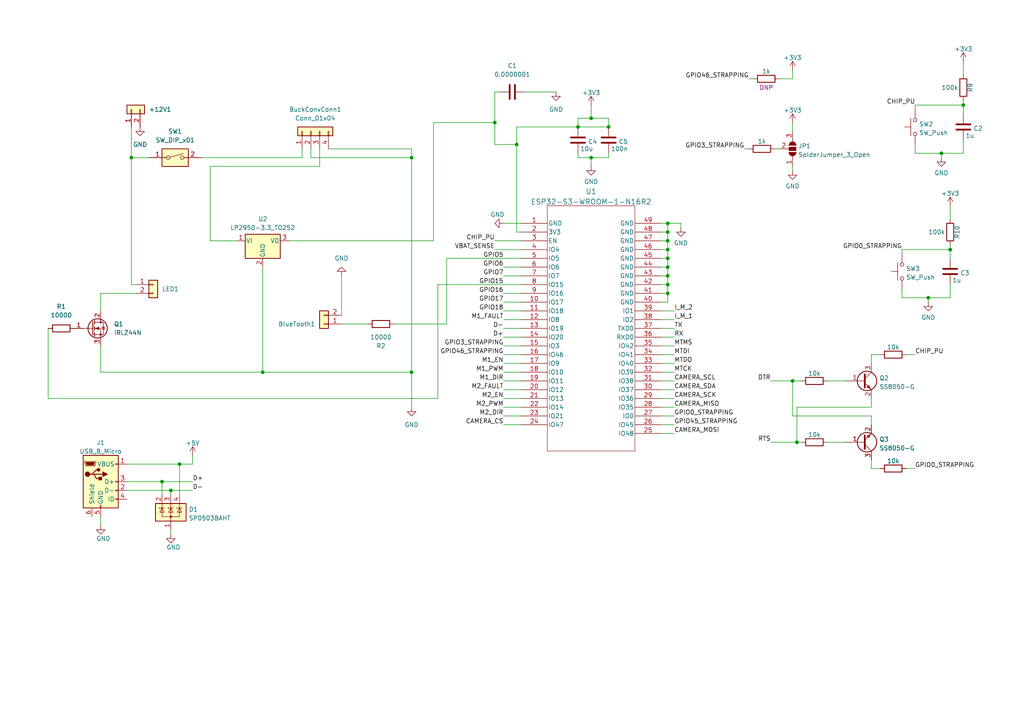
<source format=kicad_sch>
(kicad_sch (version 20230121) (generator eeschema)
  (paper "A4")
  (lib_symbols
    (symbol "Connector:USB_B_Micro" (pin_names (offset 1.016))
      (property "Reference" "J" (at -5.08 11.43 0))
      (property "Value" "USB_B_Micro" (at -5.08 8.89 0))
      (symbol "USB_B_Micro_0_1"
        (rectangle (start -5.08 -7.62) (end 5.08 7.62) (stroke (width 0.254)) (fill (type background)))
        (circle (center -3.81 2.159) (radius 0.635) (stroke (width 0.254)) (fill (type outline)))
        (circle (center -0.635 3.429) (radius 0.381) (stroke (width 0.254)) (fill (type outline)))
        (rectangle (start -0.127 -7.62) (end 0.127 -6.858))
        (polyline (pts (xy -1.905 2.159) (xy 0.635 2.159)) (stroke (width 0.254)))
        (polyline (pts (xy -3.175 2.159) (xy -2.54 2.159) (xy -1.27 3.429) (xy -0.635 3.429)) (stroke (width 0.254)))
        (polyline (pts (xy -2.54 2.159) (xy -1.905 2.159) (xy -1.27 0.889) (xy 0 0.889)) (stroke (width 0.254)))
        (polyline (pts (xy 0.635 2.794) (xy 0.635 1.524) (xy 1.905 2.159) (xy 0.635 2.794)) (stroke (width 0.254)) (fill (type outline)))
        (polyline (pts (xy -4.318 5.588) (xy -1.778 5.588) (xy -2.032 4.826) (xy -4.064 4.826) (xy -4.318 5.588)) (fill (type outline)))
        (polyline (pts (xy -4.699 5.842) (xy -4.699 5.588) (xy -4.445 4.826) (xy -4.445 4.572) (xy -1.651 4.572) (xy -1.651 4.826) (xy -1.397 5.588) (xy -1.397 5.842) (xy -4.699 5.842)))
        (rectangle (start 0.254 1.27) (end -0.508 0.508) (stroke (width 0.254)) (fill (type outline)))
        (rectangle (start 5.08 -5.207) (end 4.318 -4.953))
        (rectangle (start 5.08 -2.667) (end 4.318 -2.413))
        (rectangle (start 5.08 -0.127) (end 4.318 0.127))
        (rectangle (start 5.08 4.953) (end 4.318 5.207))
      )
      (symbol "USB_B_Micro_1_1"
        (pin power_out line (at 7.62 5.08 180) (length 2.54) (name "VBUS") (number "1"))
        (pin bidirectional line (at 7.62 -2.54 180) (length 2.54) (name "D-") (number "2"))
        (pin bidirectional line (at 7.62 0 180) (length 2.54) (name "D+") (number "3"))
        (pin passive line (at 7.62 -5.08 180) (length 2.54) (name "ID") (number "4"))
        (pin power_out line (at 0 -10.16 90) (length 2.54) (name "GND") (number "5"))
        (pin passive line (at -2.54 -10.16 90) (length 2.54) (name "Shield") (number "6"))
      )
    )
    (symbol "Connector_Generic:Conn_01x02" (pin_names (offset 1.016) hide)
      (property "Reference" "J" (at 0 2.54 0))
      (property "Value" "Conn_01x02" (at 0 -5.08 0))
      (symbol "Conn_01x02_1_1"
        (rectangle (start -1.27 -2.413) (end 0 -2.667) (stroke (width 0.1524)))
        (rectangle (start -1.27 0.127) (end 0 -0.127) (stroke (width 0.1524)))
        (rectangle (start -1.27 1.27) (end 1.27 -3.81) (stroke (width 0.254)) (fill (type background)))
        (pin passive line (at -5.08 0 0) (length 3.81) (name "Pin_1") (number "1"))
        (pin passive line (at -5.08 -2.54 0) (length 3.81) (name "Pin_2") (number "2"))
      )
    )
    (symbol "Connector_Generic:Conn_01x04" (pin_names (offset 1.016) hide)
      (property "Reference" "J" (at 0 5.08 0))
      (property "Value" "Conn_01x04" (at 0 -7.62 0))
      (symbol "Conn_01x04_1_1"
        (rectangle (start -1.27 -4.953) (end 0 -5.207) (stroke (width 0.1524)))
        (rectangle (start -1.27 -2.413) (end 0 -2.667) (stroke (width 0.1524)))
        (rectangle (start -1.27 0.127) (end 0 -0.127) (stroke (width 0.1524)))
        (rectangle (start -1.27 2.667) (end 0 2.413) (stroke (width 0.1524)))
        (rectangle (start -1.27 3.81) (end 1.27 -6.35) (stroke (width 0.254)) (fill (type background)))
        (pin passive line (at -5.08 2.54 0) (length 3.81) (name "Pin_1") (number "1"))
        (pin passive line (at -5.08 0 0) (length 3.81) (name "Pin_2") (number "2"))
        (pin passive line (at -5.08 -2.54 0) (length 3.81) (name "Pin_3") (number "3"))
        (pin passive line (at -5.08 -5.08 0) (length 3.81) (name "Pin_4") (number "4"))
      )
    )
    (symbol "Device:C" (pin_numbers hide) (pin_names (offset 0.254))
      (property "Reference" "C" (at 0.635 2.54 0))
      (property "Value" "C" (at 0.635 -2.54 0))
      (symbol "C_0_1"
        (polyline (pts (xy -2.032 -0.762) (xy 2.032 -0.762)) (stroke (width 0.508)))
        (polyline (pts (xy -2.032 0.762) (xy 2.032 0.762)) (stroke (width 0.508)))
      )
      (symbol "C_1_1"
        (pin passive line (at 0 3.81 270) (length 2.794) (name "~") (number "1"))
        (pin passive line (at 0 -3.81 90) (length 2.794) (name "~") (number "2"))
      )
    )
    (symbol "Device:Q_NPN_BEC" (pin_names (offset 0) hide)
      (property "Reference" "Q" (at 5.08 1.27 0))
      (property "Value" "Q_NPN_BEC" (at 5.08 -1.27 0))
      (symbol "Q_NPN_BEC_0_1"
        (polyline (pts (xy 0.635 0.635) (xy 2.54 2.54)))
        (polyline (pts (xy 0.635 -0.635) (xy 2.54 -2.54) (xy 2.54 -2.54)))
        (polyline (pts (xy 0.635 1.905) (xy 0.635 -1.905) (xy 0.635 -1.905)) (stroke (width 0.508)))
        (polyline (pts (xy 1.27 -1.778) (xy 1.778 -1.27) (xy 2.286 -2.286) (xy 1.27 -1.778) (xy 1.27 -1.778)) (fill (type outline)))
        (circle (center 1.27 0) (radius 2.8194) (stroke (width 0.254)))
      )
      (symbol "Q_NPN_BEC_1_1"
        (pin input line (at -5.08 0 0) (length 5.715) (name "B") (number "1"))
        (pin passive line (at 2.54 -5.08 90) (length 2.54) (name "E") (number "2"))
        (pin passive line (at 2.54 5.08 270) (length 2.54) (name "C") (number "3"))
      )
    )
    (symbol "Device:R" (pin_numbers hide) (pin_names (offset 0))
      (property "Reference" "R" (at 2.032 0 90))
      (property "Value" "R" (at 0 0 90))
      (symbol "R_0_1"
        (rectangle (start -1.016 -2.54) (end 1.016 2.54) (stroke (width 0.254)))
      )
      (symbol "R_1_1"
        (pin passive line (at 0 3.81 270) (length 1.27) (name "~") (number "1"))
        (pin passive line (at 0 -3.81 90) (length 1.27) (name "~") (number "2"))
      )
    )
    (symbol "Jumper:SolderJumper_3_Open" (pin_names (offset 0) hide)
      (property "Reference" "JP" (at -2.54 -2.54 0))
      (property "Value" "SolderJumper_3_Open" (at 0 2.794 0))
      (symbol "SolderJumper_3_Open_0_1"
        (arc (start -1.016 1.016) (mid -2.0276 0) (end -1.016 -1.016))
        (arc (start -1.016 1.016) (mid -2.0276 0) (end -1.016 -1.016) (fill (type outline)))
        (rectangle (start -0.508 1.016) (end 0.508 -1.016) (fill (type outline)))
        (polyline (pts (xy -2.54 0) (xy -2.032 0)))
        (polyline (pts (xy -1.016 1.016) (xy -1.016 -1.016)))
        (polyline (pts (xy 0 -1.27) (xy 0 -1.016)))
        (polyline (pts (xy 1.016 1.016) (xy 1.016 -1.016)))
        (polyline (pts (xy 2.54 0) (xy 2.032 0)))
        (arc (start 1.016 -1.016) (mid 2.0276 0) (end 1.016 1.016))
        (arc (start 1.016 -1.016) (mid 2.0276 0) (end 1.016 1.016) (fill (type outline)))
      )
      (symbol "SolderJumper_3_Open_1_1"
        (pin passive line (at -5.08 0 0) (length 2.54) (name "A") (number "1"))
        (pin passive line (at 0 -3.81 90) (length 2.54) (name "C") (number "2"))
        (pin passive line (at 5.08 0 180) (length 2.54) (name "B") (number "3"))
      )
    )
    (symbol "Power_Protection:SP0503BAHT" (pin_names hide)
      (property "Reference" "D" (at 5.715 2.54 0))
      (property "Value" "SP0503BAHT" (at 5.715 0.635 0))
      (symbol "SP0503BAHT_0_0"
        (pin passive line (at 0 -5.08 90) (length 2.54) (name "A") (number "1"))
      )
      (symbol "SP0503BAHT_0_1"
        (rectangle (start -4.445 2.54) (end 4.445 -2.54) (stroke (width 0.254)) (fill (type background)))
        (circle (center 0 -1.27) (radius 0.254) (fill (type outline)))
        (polyline (pts (xy -2.54 2.54) (xy -2.54 1.27)))
        (polyline (pts (xy 0 -1.27) (xy 0 -2.54)))
        (polyline (pts (xy 0 -1.27) (xy 0 1.27)))
        (polyline (pts (xy 0 2.54) (xy 0 1.27)))
        (polyline (pts (xy 0.635 1.27) (xy 0.762 1.27)))
        (polyline (pts (xy 2.54 2.54) (xy 2.54 1.27)))
        (polyline (pts (xy 0.635 1.27) (xy -0.762 1.27) (xy -0.762 1.016)))
        (polyline (pts (xy -3.302 1.016) (xy -3.302 1.27) (xy -1.905 1.27) (xy -1.778 1.27)))
        (polyline (pts (xy -2.54 1.27) (xy -2.54 -1.27) (xy 2.54 -1.27) (xy 2.54 1.27)))
        (polyline (pts (xy -2.54 1.27) (xy -1.905 0) (xy -3.175 0) (xy -2.54 1.27)))
        (polyline (pts (xy 0.635 0) (xy -0.635 0) (xy 0 1.27) (xy 0.635 0)))
        (polyline (pts (xy 1.778 1.016) (xy 1.778 1.27) (xy 3.175 1.27) (xy 3.302 1.27)))
        (polyline (pts (xy 2.54 1.27) (xy 1.905 0) (xy 3.175 0) (xy 2.54 1.27)))
      )
      (symbol "SP0503BAHT_1_1"
        (pin passive line (at -2.54 5.08 270) (length 2.54) (name "K") (number "2"))
        (pin passive line (at 0 5.08 270) (length 2.54) (name "K") (number "3"))
        (pin passive line (at 2.54 5.08 270) (length 2.54) (name "K") (number "4"))
      )
    )
    (symbol "Regulator_Linear:LP2950-3.3_TO252" (pin_names (offset 0.254))
      (property "Reference" "U" (at -3.81 3.175 0))
      (property "Value" "LP2950-3.3_TO252" (at 0 3.175 0))
      (symbol "LP2950-3.3_TO252_0_1"
        (rectangle (start -5.08 1.905) (end 5.08 -5.08) (stroke (width 0.254)) (fill (type background)))
      )
      (symbol "LP2950-3.3_TO252_1_1"
        (pin power_in line (at -7.62 0 0) (length 2.54) (name "VI") (number "1"))
        (pin power_in line (at 0 -7.62 90) (length 2.54) (name "GND") (number "2"))
        (pin power_out line (at 7.62 0 180) (length 2.54) (name "VO") (number "3"))
      )
    )
    (symbol "Switch:SW_DIP_x01" (pin_names (offset 0) hide)
      (property "Reference" "SW" (at 0 3.81 0))
      (property "Value" "SW_DIP_x01" (at 0 -3.81 0))
      (symbol "SW_DIP_x01_0_0"
        (circle (center -2.032 0) (radius 0.508))
        (polyline (pts (xy -1.524 0.127) (xy 2.3622 1.1684)))
        (circle (center 2.032 0) (radius 0.508))
      )
      (symbol "SW_DIP_x01_0_1"
        (rectangle (start -3.81 2.54) (end 3.81 -2.54) (stroke (width 0.254)) (fill (type background)))
      )
      (symbol "SW_DIP_x01_1_1"
        (pin passive line (at -7.62 0 0) (length 5.08) (name "~") (number "1"))
        (pin passive line (at 7.62 0 180) (length 5.08) (name "~") (number "2"))
      )
    )
    (symbol "Switch:SW_Push" (pin_numbers hide) (pin_names (offset 1.016) hide)
      (property "Reference" "SW" (at 1.27 2.54 0))
      (property "Value" "SW_Push" (at 0 -1.524 0))
      (symbol "SW_Push_0_1"
        (circle (center -2.032 0) (radius 0.508))
        (polyline (pts (xy 0 1.27) (xy 0 3.048)))
        (polyline (pts (xy 2.54 1.27) (xy -2.54 1.27)))
        (circle (center 2.032 0) (radius 0.508))
        (pin passive line (at -5.08 0 0) (length 2.54) (name "1") (number "1"))
        (pin passive line (at 5.08 0 180) (length 2.54) (name "2") (number "2"))
      )
    )
    (symbol "Transistor_FET:IRLZ44N" (pin_names hide)
      (property "Reference" "Q" (at 5.08 1.905 0))
      (property "Value" "IRLZ44N" (at 5.08 0 0))
      (symbol "IRLZ44N_0_1"
        (polyline (pts (xy 0.254 0) (xy -2.54 0)))
        (polyline (pts (xy 0.254 1.905) (xy 0.254 -1.905)) (stroke (width 0.254)))
        (polyline (pts (xy 0.762 -1.27) (xy 0.762 -2.286)) (stroke (width 0.254)))
        (polyline (pts (xy 0.762 0.508) (xy 0.762 -0.508)) (stroke (width 0.254)))
        (polyline (pts (xy 0.762 2.286) (xy 0.762 1.27)) (stroke (width 0.254)))
        (polyline (pts (xy 2.54 2.54) (xy 2.54 1.778)))
        (polyline (pts (xy 2.54 -2.54) (xy 2.54 0) (xy 0.762 0)))
        (polyline (pts (xy 0.762 -1.778) (xy 3.302 -1.778) (xy 3.302 1.778) (xy 0.762 1.778)))
        (polyline (pts (xy 1.016 0) (xy 2.032 0.381) (xy 2.032 -0.381) (xy 1.016 0)) (fill (type outline)))
        (polyline (pts (xy 2.794 0.508) (xy 2.921 0.381) (xy 3.683 0.381) (xy 3.81 0.254)))
        (polyline (pts (xy 3.302 0.381) (xy 2.921 -0.254) (xy 3.683 -0.254) (xy 3.302 0.381)))
        (circle (center 1.651 0) (radius 2.794) (stroke (width 0.254)))
        (circle (center 2.54 -1.778) (radius 0.254) (fill (type outline)))
        (circle (center 2.54 1.778) (radius 0.254) (fill (type outline)))
      )
      (symbol "IRLZ44N_1_1"
        (pin input line (at -5.08 0 0) (length 2.54) (name "G") (number "1"))
        (pin passive line (at 2.54 5.08 270) (length 2.54) (name "D") (number "2"))
        (pin passive line (at 2.54 -5.08 90) (length 2.54) (name "S") (number "3"))
      )
    )
    (symbol "basic:C" (pin_numbers hide) (pin_names (offset 0.254))
      (property "Reference" "C" (at 0.635 2.54 0))
      (symbol "C_0_1"
        (polyline (pts (xy -2.032 -0.762) (xy 2.032 -0.762)) (stroke (width 0.508)))
        (polyline (pts (xy -2.032 0.762) (xy 2.032 0.762)) (stroke (width 0.508)))
      )
      (symbol "C_1_1"
        (pin passive line (at 0 3.81 270) (length 2.794) (name "~") (number "1"))
        (pin passive line (at 0 -3.81 90) (length 2.794) (name "~") (number "2"))
      )
    )
    (symbol "basic:R" (pin_numbers hide) (pin_names (offset 0))
      (property "Value" "R" (at 0 0 90))
      (symbol "R_0_1"
        (rectangle (start -1.016 -2.54) (end 1.016 2.54) (stroke (width 0.254)))
      )
      (symbol "R_1_1"
        (pin passive line (at 0 3.81 270) (length 1.27) (name "~") (number "1"))
        (pin passive line (at 0 -3.81 90) (length 1.27) (name "~") (number "2"))
      )
    )
    (symbol "local_symbols:ESP32-S3-WROOM-1-N16R2" (pin_names (offset 0.254))
      (property "Reference" "U" (at 20.32 10.16 0))
      (property "Value" "ESP32-S3-WROOM-1-N16R2" (at 20.32 7.62 0))
      (symbol "ESP32-S3-WROOM-1-N16R2_0_1"
        (polyline (pts (xy 7.62 -66.04) (xy 33.02 -66.04)) (stroke (width 0.127)))
        (polyline (pts (xy 7.62 5.08) (xy 7.62 -66.04)) (stroke (width 0.127)))
        (polyline (pts (xy 33.02 -66.04) (xy 33.02 5.08)) (stroke (width 0.127)))
        (polyline (pts (xy 33.02 5.08) (xy 7.62 5.08)) (stroke (width 0.127)))
        (pin power_out line (at 0 0 0) (length 7.62) (name "GND") (number "1"))
        (pin bidirectional line (at 0 -22.86 0) (length 7.62) (name "IO17") (number "10"))
        (pin bidirectional line (at 0 -25.4 0) (length 7.62) (name "IO18") (number "11"))
        (pin bidirectional line (at 0 -27.94 0) (length 7.62) (name "IO8") (number "12"))
        (pin bidirectional line (at 0 -30.48 0) (length 7.62) (name "IO19") (number "13"))
        (pin bidirectional line (at 0 -33.02 0) (length 7.62) (name "IO20") (number "14"))
        (pin bidirectional line (at 0 -35.56 0) (length 7.62) (name "IO3") (number "15"))
        (pin bidirectional line (at 0 -38.1 0) (length 7.62) (name "IO46") (number "16"))
        (pin bidirectional line (at 0 -40.64 0) (length 7.62) (name "IO9") (number "17"))
        (pin bidirectional line (at 0 -43.18 0) (length 7.62) (name "IO10") (number "18"))
        (pin bidirectional line (at 0 -45.72 0) (length 7.62) (name "IO11") (number "19"))
        (pin power_in line (at 0 -2.54 0) (length 7.62) (name "3V3") (number "2"))
        (pin bidirectional line (at 0 -48.26 0) (length 7.62) (name "IO12") (number "20"))
        (pin bidirectional line (at 0 -50.8 0) (length 7.62) (name "IO13") (number "21"))
        (pin bidirectional line (at 0 -53.34 0) (length 7.62) (name "IO14") (number "22"))
        (pin bidirectional line (at 0 -55.88 0) (length 7.62) (name "IO21") (number "23"))
        (pin bidirectional line (at 0 -58.42 0) (length 7.62) (name "IO47") (number "24"))
        (pin bidirectional line (at 40.64 -60.96 180) (length 7.62) (name "IO48") (number "25"))
        (pin bidirectional line (at 40.64 -58.42 180) (length 7.62) (name "IO45") (number "26"))
        (pin bidirectional line (at 40.64 -55.88 180) (length 7.62) (name "IO0") (number "27"))
        (pin bidirectional line (at 40.64 -53.34 180) (length 7.62) (name "IO35") (number "28"))
        (pin bidirectional line (at 40.64 -50.8 180) (length 7.62) (name "IO36") (number "29"))
        (pin input line (at 0 -5.08 0) (length 7.62) (name "EN") (number "3"))
        (pin bidirectional line (at 40.64 -48.26 180) (length 7.62) (name "IO37") (number "30"))
        (pin bidirectional line (at 40.64 -45.72 180) (length 7.62) (name "IO38") (number "31"))
        (pin bidirectional line (at 40.64 -43.18 180) (length 7.62) (name "IO39") (number "32"))
        (pin bidirectional line (at 40.64 -40.64 180) (length 7.62) (name "IO40") (number "33"))
        (pin bidirectional line (at 40.64 -38.1 180) (length 7.62) (name "IO41") (number "34"))
        (pin bidirectional line (at 40.64 -35.56 180) (length 7.62) (name "IO42") (number "35"))
        (pin bidirectional line (at 40.64 -33.02 180) (length 7.62) (name "RXD0") (number "36"))
        (pin bidirectional line (at 40.64 -30.48 180) (length 7.62) (name "TXD0") (number "37"))
        (pin bidirectional line (at 40.64 -27.94 180) (length 7.62) (name "IO2") (number "38"))
        (pin bidirectional line (at 40.64 -25.4 180) (length 7.62) (name "IO1") (number "39"))
        (pin bidirectional line (at 0 -7.62 0) (length 7.62) (name "IO4") (number "4"))
        (pin power_out line (at 40.64 -22.86 180) (length 7.62) (name "GND") (number "40"))
        (pin power_out line (at 40.64 -20.32 180) (length 7.62) (name "GND") (number "41"))
        (pin power_out line (at 40.64 -17.78 180) (length 7.62) (name "GND") (number "42"))
        (pin power_out line (at 40.64 -15.24 180) (length 7.62) (name "GND") (number "43"))
        (pin power_out line (at 40.64 -12.7 180) (length 7.62) (name "GND") (number "44"))
        (pin power_out line (at 40.64 -10.16 180) (length 7.62) (name "GND") (number "45"))
        (pin power_out line (at 40.64 -7.62 180) (length 7.62) (name "GND") (number "46"))
        (pin power_out line (at 40.64 -5.08 180) (length 7.62) (name "GND") (number "47"))
        (pin power_out line (at 40.64 -2.54 180) (length 7.62) (name "GND") (number "48"))
        (pin power_out line (at 40.64 0 180) (length 7.62) (name "GND") (number "49"))
        (pin bidirectional line (at 0 -10.16 0) (length 7.62) (name "IO5") (number "5"))
        (pin bidirectional line (at 0 -12.7 0) (length 7.62) (name "IO6") (number "6"))
        (pin bidirectional line (at 0 -15.24 0) (length 7.62) (name "IO7") (number "7"))
        (pin bidirectional line (at 0 -17.78 0) (length 7.62) (name "IO15") (number "8"))
        (pin bidirectional line (at 0 -20.32 0) (length 7.62) (name "IO16") (number "9"))
      )
    )
    (symbol "power:+3V3" (power) (pin_names (offset 0))
      (property "Value" "+3V3" (at 0 3.556 0))
      (symbol "+3V3_0_1"
        (polyline (pts (xy -0.762 1.27) (xy 0 2.54)))
        (polyline (pts (xy 0 0) (xy 0 2.54)))
        (polyline (pts (xy 0 2.54) (xy 0.762 1.27)))
      )
      (symbol "+3V3_1_1"
        (pin power_in line (at 0 0 90) (length 0) hide (name "+3V3") (number "1"))
      )
    )
    (symbol "power:+5V" (power) (pin_names (offset 0))
      (property "Value" "+5V" (at 0 3.556 0))
      (symbol "+5V_0_1"
        (polyline (pts (xy -0.762 1.27) (xy 0 2.54)))
        (polyline (pts (xy 0 0) (xy 0 2.54)))
        (polyline (pts (xy 0 2.54) (xy 0.762 1.27)))
      )
      (symbol "+5V_1_1"
        (pin power_in line (at 0 0 90) (length 0) hide (name "+5V") (number "1"))
      )
    )
    (symbol "power:GND" (power) (pin_names (offset 0))
      (property "Value" "GND" (at 0 -3.81 0))
      (symbol "GND_0_1"
        (polyline (pts (xy 0 0) (xy 0 -1.27) (xy 1.27 -1.27) (xy 0 -2.54) (xy -1.27 -1.27) (xy 0 -1.27)))
      )
      (symbol "GND_1_1"
        (pin power_in line (at 0 0 270) (length 0) hide (name "GND") (number "1"))
      )
    )
  )
  (junction (at 171.45 34.29))
  (junction (at 76.2 107.95))
  (junction (at 52.07 134.62))
  (junction (at 38.1 45.72))
  (junction (at 119.38 45.72))
  (junction (at 193.675 67.31))
  (junction (at 279.4 30.48))
  (junction (at 275.59 72.39))
  (junction (at 149.86 41.91))
  (junction (at 193.675 82.55))
  (junction (at 176.53 36.83))
  (junction (at 193.675 64.77))
  (junction (at 49.53 142.24))
  (junction (at 193.675 85.09))
  (junction (at 171.45 45.72))
  (junction (at 167.64 36.83))
  (junction (at 193.675 77.47))
  (junction (at 119.38 107.95))
  (junction (at 229.87 110.49))
  (junction (at 231.14 128.27))
  (junction (at 193.675 74.93))
  (junction (at 273.05 44.45))
  (junction (at 143.51 35.56))
  (junction (at 46.99 139.7))
  (junction (at 193.675 72.39))
  (junction (at 269.24 86.36))
  (junction (at 193.675 69.85))
  (junction (at 193.675 80.01))
  (wire (pts (xy 143.51 41.91) (xy 149.86 41.91)))
  (wire (pts (xy 191.77 107.95) (xy 195.58 107.95)))
  (wire (pts (xy 146.05 118.11) (xy 151.13 118.11)))
  (wire (pts (xy 76.2 107.95) (xy 119.38 107.95)))
  (wire (pts (xy 191.77 105.41) (xy 195.58 105.41)))
  (wire (pts (xy 29.21 149.86) (xy 29.21 152.4)))
  (wire (pts (xy 49.53 142.24) (xy 49.53 143.51)))
  (wire (pts (xy 146.05 113.03) (xy 151.13 113.03)))
  (wire (pts (xy 193.675 77.47) (xy 193.675 74.93)))
  (wire (pts (xy 167.64 44.45) (xy 167.64 45.72)))
  (wire (pts (xy 191.77 110.49) (xy 195.58 110.49)))
  (wire (pts (xy 76.2 77.47) (xy 76.2 107.95)))
  (wire (pts (xy 275.59 72.39) (xy 275.59 74.93)))
  (wire (pts (xy 265.43 30.48) (xy 279.4 30.48)))
  (wire (pts (xy 193.675 85.09) (xy 193.675 82.55)))
  (wire (pts (xy 36.83 142.24) (xy 49.53 142.24)))
  (wire (pts (xy 261.62 73.66) (xy 261.62 72.39)))
  (wire (pts (xy 119.38 118.11) (xy 119.38 107.95)))
  (wire (pts (xy 265.43 41.91) (xy 265.43 44.45)))
  (wire (pts (xy 191.77 69.85) (xy 193.675 69.85)))
  (wire (pts (xy 106.68 93.98) (xy 99.06 93.98)))
  (wire (pts (xy 143.51 26.67) (xy 143.51 35.56)))
  (wire (pts (xy 36.83 134.62) (xy 52.07 134.62)))
  (wire (pts (xy 171.45 34.29) (xy 176.53 34.29)))
  (wire (pts (xy 275.59 86.36) (xy 269.24 86.36)))
  (wire (pts (xy 191.77 74.93) (xy 193.675 74.93)))
  (wire (pts (xy 29.21 85.09) (xy 39.37 85.09)))
  (wire (pts (xy 269.24 86.36) (xy 269.24 87.63)))
  (wire (pts (xy 58.42 45.72) (xy 87.63 45.72)))
  (wire (pts (xy 252.73 118.11) (xy 231.14 118.11)))
  (wire (pts (xy 193.675 64.77) (xy 193.675 67.31)))
  (wire (pts (xy 176.53 36.83) (xy 167.64 36.83)))
  (wire (pts (xy 60.96 48.26) (xy 92.71 48.26)))
  (wire (pts (xy 144.78 26.67) (xy 143.51 26.67)))
  (wire (pts (xy 90.17 43.18) (xy 90.17 45.72)))
  (wire (pts (xy 87.63 43.18) (xy 87.63 45.72)))
  (wire (pts (xy 146.05 123.19) (xy 151.13 123.19)))
  (wire (pts (xy 279.4 17.78) (xy 279.4 21.59)))
  (wire (pts (xy 191.77 80.01) (xy 193.675 80.01)))
  (wire (pts (xy 223.52 110.49) (xy 229.87 110.49)))
  (wire (pts (xy 127 115.57) (xy 127 82.55)))
  (wire (pts (xy 171.45 45.72) (xy 176.53 45.72)))
  (wire (pts (xy 29.21 90.17) (xy 29.21 85.09)))
  (wire (pts (xy 217.17 22.86) (xy 218.44 22.86)))
  (wire (pts (xy 146.05 115.57) (xy 151.13 115.57)))
  (wire (pts (xy 171.45 45.72) (xy 171.45 48.26)))
  (wire (pts (xy 129.54 93.98) (xy 129.54 74.93)))
  (wire (pts (xy 252.73 120.65) (xy 229.87 120.65)))
  (wire (pts (xy 171.45 30.48) (xy 171.45 34.29)))
  (wire (pts (xy 146.05 105.41) (xy 151.13 105.41)))
  (wire (pts (xy 146.05 120.65) (xy 151.13 120.65)))
  (wire (pts (xy 149.86 67.31) (xy 151.13 67.31)))
  (wire (pts (xy 36.83 139.7) (xy 46.99 139.7)))
  (wire (pts (xy 146.05 100.33) (xy 151.13 100.33)))
  (wire (pts (xy 191.77 115.57) (xy 195.58 115.57)))
  (wire (pts (xy 231.14 118.11) (xy 231.14 128.27)))
  (wire (pts (xy 129.54 74.93) (xy 151.13 74.93)))
  (wire (pts (xy 49.53 153.67) (xy 49.53 154.94)))
  (wire (pts (xy 149.86 36.83) (xy 149.86 41.91)))
  (wire (pts (xy 229.87 110.49) (xy 232.41 110.49)))
  (wire (pts (xy 191.77 113.03) (xy 195.58 113.03)))
  (wire (pts (xy 191.77 64.77) (xy 193.675 64.77)))
  (wire (pts (xy 167.64 36.83) (xy 149.86 36.83)))
  (wire (pts (xy 146.05 92.71) (xy 151.13 92.71)))
  (wire (pts (xy 275.59 82.55) (xy 275.59 86.36)))
  (wire (pts (xy 83.82 69.85) (xy 125.73 69.85)))
  (wire (pts (xy 224.79 43.18) (xy 226.06 43.18)))
  (wire (pts (xy 193.675 67.31) (xy 191.77 67.31)))
  (wire (pts (xy 223.52 128.27) (xy 231.14 128.27)))
  (wire (pts (xy 146.05 107.95) (xy 151.13 107.95)))
  (wire (pts (xy 143.51 69.85) (xy 151.13 69.85)))
  (wire (pts (xy 114.3 93.98) (xy 129.54 93.98)))
  (wire (pts (xy 262.89 102.87) (xy 265.43 102.87)))
  (wire (pts (xy 261.62 72.39) (xy 275.59 72.39)))
  (wire (pts (xy 52.07 134.62) (xy 55.88 134.62)))
  (wire (pts (xy 191.77 120.65) (xy 195.58 120.65)))
  (wire (pts (xy 52.07 134.62) (xy 52.07 143.51)))
  (wire (pts (xy 191.77 92.71) (xy 195.58 92.71)))
  (wire (pts (xy 146.05 85.09) (xy 151.13 85.09)))
  (wire (pts (xy 167.64 45.72) (xy 171.45 45.72)))
  (wire (pts (xy 229.87 120.65) (xy 229.87 110.49)))
  (wire (pts (xy 38.1 82.55) (xy 39.37 82.55)))
  (wire (pts (xy 229.87 48.26) (xy 229.87 49.53)))
  (wire (pts (xy 29.21 100.33) (xy 29.21 107.95)))
  (wire (pts (xy 279.4 44.45) (xy 273.05 44.45)))
  (wire (pts (xy 146.05 77.47) (xy 151.13 77.47)))
  (wire (pts (xy 193.675 72.39) (xy 193.675 69.85)))
  (wire (pts (xy 261.62 86.36) (xy 269.24 86.36)))
  (wire (pts (xy 193.675 64.77) (xy 197.485 64.77)))
  (wire (pts (xy 38.1 45.72) (xy 38.1 82.55)))
  (wire (pts (xy 146.05 90.17) (xy 151.13 90.17)))
  (wire (pts (xy 38.1 36.83) (xy 38.1 45.72)))
  (wire (pts (xy 273.05 44.45) (xy 273.05 45.72)))
  (wire (pts (xy 191.77 97.79) (xy 195.58 97.79)))
  (wire (pts (xy 60.96 69.85) (xy 68.58 69.85)))
  (wire (pts (xy 46.99 139.7) (xy 55.88 139.7)))
  (wire (pts (xy 99.06 91.44) (xy 99.06 80.01)))
  (wire (pts (xy 191.77 85.09) (xy 193.675 85.09)))
  (wire (pts (xy 29.21 107.95) (xy 76.2 107.95)))
  (wire (pts (xy 229.87 35.56) (xy 229.87 38.1)))
  (wire (pts (xy 265.43 31.75) (xy 265.43 30.48)))
  (wire (pts (xy 279.4 40.64) (xy 279.4 44.45)))
  (wire (pts (xy 143.51 72.39) (xy 151.13 72.39)))
  (wire (pts (xy 119.38 43.18) (xy 119.38 45.72)))
  (wire (pts (xy 125.73 35.56) (xy 143.51 35.56)))
  (wire (pts (xy 90.17 45.72) (xy 119.38 45.72)))
  (wire (pts (xy 193.675 74.93) (xy 193.675 72.39)))
  (wire (pts (xy 197.485 66.04) (xy 197.485 64.77)))
  (wire (pts (xy 46.99 139.7) (xy 46.99 143.51)))
  (wire (pts (xy 13.97 95.25) (xy 13.97 115.57)))
  (wire (pts (xy 240.03 110.49) (xy 245.11 110.49)))
  (wire (pts (xy 191.77 95.25) (xy 195.58 95.25)))
  (wire (pts (xy 240.03 128.27) (xy 245.11 128.27)))
  (wire (pts (xy 49.53 142.24) (xy 55.88 142.24)))
  (wire (pts (xy 191.77 77.47) (xy 193.675 77.47)))
  (wire (pts (xy 265.43 44.45) (xy 273.05 44.45)))
  (wire (pts (xy 152.4 26.67) (xy 161.29 26.67)))
  (wire (pts (xy 176.53 44.45) (xy 176.53 45.72)))
  (wire (pts (xy 167.64 36.83) (xy 167.64 34.29)))
  (wire (pts (xy 193.675 80.01) (xy 193.675 77.47)))
  (wire (pts (xy 60.96 48.26) (xy 60.96 69.85)))
  (wire (pts (xy 146.05 87.63) (xy 151.13 87.63)))
  (wire (pts (xy 231.14 128.27) (xy 232.41 128.27)))
  (wire (pts (xy 191.77 87.63) (xy 193.675 87.63)))
  (wire (pts (xy 275.59 71.12) (xy 275.59 72.39)))
  (wire (pts (xy 191.77 90.17) (xy 195.58 90.17)))
  (wire (pts (xy 279.4 30.48) (xy 279.4 33.02)))
  (wire (pts (xy 193.675 82.55) (xy 193.675 80.01)))
  (wire (pts (xy 38.1 45.72) (xy 43.18 45.72)))
  (wire (pts (xy 146.05 95.25) (xy 151.13 95.25)))
  (wire (pts (xy 95.25 43.18) (xy 119.38 43.18)))
  (wire (pts (xy 252.73 135.89) (xy 255.27 135.89)))
  (wire (pts (xy 193.675 87.63) (xy 193.675 85.09)))
  (wire (pts (xy 55.88 132.08) (xy 55.88 134.62)))
  (wire (pts (xy 191.77 123.19) (xy 195.58 123.19)))
  (wire (pts (xy 149.86 41.91) (xy 149.86 67.31)))
  (wire (pts (xy 92.71 43.18) (xy 92.71 48.26)))
  (wire (pts (xy 261.62 83.82) (xy 261.62 86.36)))
  (wire (pts (xy 191.77 72.39) (xy 193.675 72.39)))
  (wire (pts (xy 252.73 133.35) (xy 252.73 135.89)))
  (wire (pts (xy 146.05 64.77) (xy 151.13 64.77)))
  (wire (pts (xy 191.77 82.55) (xy 193.675 82.55)))
  (wire (pts (xy 191.77 100.33) (xy 195.58 100.33)))
  (wire (pts (xy 146.05 97.79) (xy 151.13 97.79)))
  (wire (pts (xy 127 82.55) (xy 151.13 82.55)))
  (wire (pts (xy 146.05 110.49) (xy 151.13 110.49)))
  (wire (pts (xy 13.97 115.57) (xy 127 115.57)))
  (wire (pts (xy 146.05 80.01) (xy 151.13 80.01)))
  (wire (pts (xy 143.51 35.56) (xy 143.51 41.91)))
  (wire (pts (xy 119.38 45.72) (xy 119.38 107.95)))
  (wire (pts (xy 229.87 20.32) (xy 229.87 22.86)))
  (wire (pts (xy 226.06 22.86) (xy 229.87 22.86)))
  (wire (pts (xy 191.77 102.87) (xy 195.58 102.87)))
  (wire (pts (xy 191.77 118.11) (xy 195.58 118.11)))
  (wire (pts (xy 146.05 102.87) (xy 151.13 102.87)))
  (wire (pts (xy 171.45 34.29) (xy 167.64 34.29)))
  (wire (pts (xy 279.4 29.21) (xy 279.4 30.48)))
  (wire (pts (xy 191.77 125.73) (xy 195.58 125.73)))
  (wire (pts (xy 252.73 123.19) (xy 252.73 120.65)))
  (wire (pts (xy 252.73 102.87) (xy 252.73 105.41)))
  (wire (pts (xy 193.675 69.85) (xy 193.675 67.31)))
  (wire (pts (xy 275.59 59.69) (xy 275.59 63.5)))
  (wire (pts (xy 255.27 102.87) (xy 252.73 102.87)))
  (wire (pts (xy 215.9 43.18) (xy 217.17 43.18)))
  (wire (pts (xy 252.73 115.57) (xy 252.73 118.11)))
  (wire (pts (xy 125.73 35.56) (xy 125.73 69.85)))
  (wire (pts (xy 262.89 135.89) (xy 265.43 135.89)))
  (wire (pts (xy 176.53 34.29) (xy 176.53 36.83)))
  (label "I_M_2" (at 195.58 90.17 0))
  (label "GPIO15" (at 146.05 82.55 180))
  (label "CAMERA_SDA" (at 195.58 113.03 0))
  (label "DTR" (at 223.52 110.49 180))
  (label "I_M_1" (at 195.58 92.71 0))
  (label "MTCK" (at 195.58 107.95 0))
  (label "GPIO0_STRAPPING" (at 265.43 135.89 0))
  (label "GPIO18" (at 146.05 90.17 180))
  (label "VBAT_SENSE" (at 143.51 72.39 180))
  (label "GPIO46_STRAPPING" (at 146.05 102.87 180))
  (label "M1_EN" (at 146.05 105.41 180))
  (label "GPIO45_STRAPPING" (at 195.58 123.19 0))
  (label "GPIO16" (at 146.05 85.09 180))
  (label "TX" (at 195.58 95.25 0))
  (label "GPIO3_STRAPPING" (at 215.9 43.18 180))
  (label "CAMERA_SCL" (at 195.58 110.49 0))
  (label "RX" (at 195.58 97.79 0))
  (label "GPIO46_STRAPPING" (at 217.17 22.86 180))
  (label "CHIP_PU" (at 143.51 69.85 180))
  (label "GPIO17" (at 146.05 87.63 180))
  (label "D+" (at 146.05 97.79 180))
  (label "M1_FAULT" (at 146.05 92.71 180))
  (label "GPIO5" (at 146.05 74.93 180))
  (label "CAMERA_MISO" (at 195.58 118.11 0))
  (label "M2_DIR" (at 146.05 120.65 180))
  (label "MTMS" (at 195.58 100.33 0))
  (label "M1_PWM" (at 146.05 107.95 180))
  (label "RTS" (at 223.52 128.27 180))
  (label "MTDO" (at 195.58 105.41 0))
  (label "GPIO0_STRAPPING" (at 261.62 72.39 180))
  (label "M2_FAULT" (at 146.05 113.03 180))
  (label "D-" (at 55.88 142.24 0))
  (label "GPIO3_STRAPPING" (at 146.05 100.33 180))
  (label "CAMERA_MOSI" (at 195.58 125.73 0))
  (label "M2_PWM" (at 146.05 118.11 180))
  (label "GPIO0_STRAPPING" (at 195.58 120.65 0))
  (label "D-" (at 146.05 95.25 180))
  (label "M1_DIR" (at 146.05 110.49 180))
  (label "CHIP_PU" (at 265.43 30.48 180))
  (label "CAMERA_SCK" (at 195.58 115.57 0))
  (label "CHIP_PU" (at 265.43 102.87 0))
  (label "GPIO6" (at 146.05 77.47 180))
  (label "M2_EN" (at 146.05 115.57 180))
  (label "MTDI" (at 195.58 102.87 0))
  (label "CAMERA_CS" (at 146.05 123.19 180))
  (label "D+" (at 55.88 139.7 0))
  (label "GPIO7" (at 146.05 80.01 180))
  (symbol (lib_id "basic:C") (at 279.4 36.83 0) (unit 1)
    (property "Reference" "C2" (at 282.321 37.2638 0) (effects (justify left)))
    (property "Value" "1u" (at 280.035 39.37 0) (effects (justify left)))
    (property "Footprint" "Capacitor_SMD:C_0805_2012Metric" (effects hide))
  )
  (symbol (lib_id "power:GND") (at 171.45 48.26 0) (unit 1)
    (property "Reference" "#PWR013" (effects hide))
    (property "Value" "GND" (at 171.45 52.7034 0))
  )
  (symbol (lib_id "basic:R") (at 222.25 22.86 90) (unit 1)
    (property "Reference" "R3" (effects hide))
    (property "Value" "1k" (at 222.25 20.6812 90))
    (property "Footprint" "Resistor_SMD:R_0805_2012Metric" (effects hide))
    (property "Note" "DNP" (at 222.25 25.4 90))
  )
  (symbol (lib_id "power:GND") (at 119.38 118.11 0) (unit 1)
    (property "Reference" "#PWR016" (effects hide))
    (property "Value" "GND" (at 119.38 123.19 0))
  )
  (symbol (lib_id "Connector_Generic:Conn_01x02") (at 44.45 82.55 0) (unit 1)
    (property "Reference" "LED1" (at 46.99 83.82 0) (effects (justify left)))
    (property "Value" "Conn_01x02" (effects hide))
    (property "Footprint" "Connector_Molex:Molex_KK-254_AE-6410-02A_1x02_P2.54mm_Vertical" (effects hide))
  )
  (symbol (lib_id "Device:R") (at 17.78 95.25 90) (unit 1)
    (property "Reference" "R1" (at 17.78 88.9 90))
    (property "Value" "10000" (at 17.78 91.44 90))
    (property "Footprint" "Resistor_SMD:R_0805_2012Metric_Pad1.20x1.40mm_HandSolder" (effects hide))
  )
  (symbol (lib_id "Connector_Generic:Conn_01x02") (at 38.1 31.75 90) (unit 1)
    (property "Reference" "+12V1" (at 43.18 31.75 90) (effects (justify right)))
    (property "Value" "Conn_01x02" (effects hide))
    (property "Footprint" "Connector_Molex:Molex_KK-254_AE-6410-02A_1x02_P2.54mm_Vertical" (effects hide))
  )
  (symbol (lib_id "Jumper:SolderJumper_3_Open") (at 229.87 43.18 270) (mirror x) (unit 1)
    (property "Reference" "JP1" (at 231.521 42.3453 90) (effects (justify left)))
    (property "Value" "SolderJumper_3_Open" (at 231.521 44.8822 90) (effects (justify left)))
    (property "Footprint" "Jumper:SolderJumper-3_P2.0mm_Open_TrianglePad1.0x1.5mm" (effects hide))
  )
  (symbol (lib_id "Connector:USB_B_Micro") (at 29.21 139.7 0) (unit 1)
    (property "Reference" "J1" (at 29.21 128.3802 0))
    (property "Value" "USB_B_Micro" (at 29.21 130.9171 0))
    (property "Footprint" "Connector_USB:USB_Micro-B_Amphenol_10118194_Horizontal" (effects hide))
  )
  (symbol (lib_id "power:GND") (at 161.29 26.67 0) (unit 1)
    (property "Reference" "#PWR03" (effects hide))
    (property "Value" "GND" (at 161.29 31.75 0))
  )
  (symbol (lib_id "basic:R") (at 259.08 135.89 90) (unit 1)
    (property "Reference" "R8" (effects hide))
    (property "Value" "10k" (at 259.08 133.7112 90))
    (property "Footprint" "Resistor_SMD:R_0805_2012Metric" (effects hide))
  )
  (symbol (lib_id "Transistor_FET:IRLZ44N") (at 26.67 95.25 0) (unit 1)
    (property "Reference" "Q1" (at 33.02 93.98 0) (effects (justify left)))
    (property "Value" "IRLZ44N" (at 33.02 96.52 0) (effects (justify left)))
    (property "Footprint" "Package_TO_SOT_THT:TO-220-3_Vertical" (effects hide))
    (property "Datasheet" "http://www.irf.com/product-info/datasheets/data/irlz44n.pdf" (effects hide))
  )
  (symbol (lib_id "basic:C") (at 167.64 40.64 0) (unit 1)
    (property "Reference" "C4" (at 170.561 41.0738 0) (effects (justify left)))
    (property "Value" "10u" (at 168.275 43.18 0) (effects (justify left)))
    (property "Footprint" "Capacitor_SMD:C_0805_2012Metric" (effects hide))
  )
  (symbol (lib_id "power:+3V3") (at 171.45 30.48 0) (unit 1)
    (property "Reference" "#PWR012" (effects hide))
    (property "Value" "+3V3" (at 171.45 26.9042 0))
  )
  (symbol (lib_id "basic:R") (at 275.59 67.31 0) (unit 1)
    (property "Reference" "R10" (at 277.622 67.31 90))
    (property "Value" "100k" (at 269.24 67.31 0) (effects (justify left)))
    (property "Footprint" "Resistor_SMD:R_0805_2012Metric" (effects hide))
  )
  (symbol (lib_id "basic:R") (at 236.22 110.49 90) (unit 1)
    (property "Reference" "R4" (effects hide))
    (property "Value" "10k" (at 236.22 108.3112 90))
    (property "Footprint" "Resistor_SMD:R_0805_2012Metric" (effects hide))
  )
  (symbol (lib_id "power:GND") (at 229.87 49.53 0) (unit 1)
    (property "Reference" "#PWR07" (effects hide))
    (property "Value" "GND" (at 229.87 53.9734 0))
  )
  (symbol (lib_id "Switch:SW_Push") (at 265.43 36.83 90) (unit 1)
    (property "Reference" "SW2" (at 266.573 35.9953 90) (effects (justify right)))
    (property "Value" "SW_Push" (at 266.573 38.5322 90) (effects (justify right)))
    (property "Footprint" "Button_Switch_SMD:SW_SPST_B3S-1000" (effects hide))
    (property "Datasheet" "https://www.digikey.com/en/products/detail/omron-electronics-inc-emc-div/B3S-1000/20686" (effects hide))
  )
  (symbol (lib_id "Switch:SW_DIP_x01") (at 50.8 45.72 0) (unit 1)
    (property "Reference" "SW1" (at 50.8 38.1 0))
    (property "Value" "SW_DIP_x01" (at 50.8 40.64 0))
    (property "Footprint" "Button_Switch_THT:SW_DIP_SPSTx01_Slide_9.78x4.72mm_W7.62mm_P2.54mm" (effects hide))
  )
  (symbol (lib_id "power:GND") (at 29.21 152.4 0) (unit 1)
    (property "Reference" "#PWR02" (effects hide))
    (property "Value" "GND" (at 27.94 156.21 0) (effects (justify left)))
  )
  (symbol (lib_id "Connector_Generic:Conn_01x02") (at 93.98 93.98 180) (unit 1)
    (property "Reference" "BlueTooth1" (at 91.44 93.98 0) (effects (justify left)))
    (property "Value" "LED" (effects hide))
    (property "Footprint" "Connector_Molex:Molex_KK-254_AE-6410-02A_1x02_P2.54mm_Vertical" (effects hide))
  )
  (symbol (lib_id "Connector_Generic:Conn_01x04") (at 90.17 38.1 90) (unit 1)
    (property "Reference" "BuckConvConn1" (at 91.44 31.75 90))
    (property "Value" "Conn_01x04" (at 91.44 34.29 90))
    (property "Footprint" "Connector_Molex:Molex_KK-254_AE-6410-04A_1x04_P2.54mm_Vertical" (effects hide))
  )
  (symbol (lib_id "basic:R") (at 220.98 43.18 90) (unit 1)
    (property "Reference" "R6" (effects hide))
    (property "Value" "1k" (at 220.98 41.0012 90))
    (property "Footprint" "Resistor_SMD:R_0805_2012Metric" (effects hide))
  )
  (symbol (lib_id "local_symbols:ESP32-S3-WROOM-1-N16R2") (at 151.13 64.77 0) (unit 1)
    (property "Reference" "U1" (at 171.45 55.5424 0) (effects (font (size 1.524 1.524))))
    (property "Value" "ESP32-S3-WROOM-1-N16R2" (at 171.45 58.5358 0) (effects (font (size 1.524 1.524))))
    (property "Footprint" "local_footprints:ESP32-S3-WROOM-1_EXP" (effects hide))
    (property "Datasheet" "ESP32-S3-WROOM-1-N16R2" (effects hide))
  )
  (symbol (lib_id "basic:R") (at 259.08 102.87 90) (unit 1)
    (property "Reference" "R7" (effects hide))
    (property "Value" "10k" (at 259.08 100.6912 90))
    (property "Footprint" "Resistor_SMD:R_0805_2012Metric" (effects hide))
  )
  (symbol (lib_id "Switch:SW_Push") (at 261.62 78.74 90) (unit 1)
    (property "Reference" "SW3" (at 262.763 77.9053 90) (effects (justify right)))
    (property "Value" "SW_Push" (at 262.763 80.4422 90) (effects (justify right)))
    (property "Footprint" "Button_Switch_SMD:SW_SPST_B3S-1000" (effects hide))
    (property "Datasheet" "https://www.digikey.com/en/products/detail/omron-electronics-inc-emc-div/B3S-1000/20686" (effects hide))
  )
  (symbol (lib_id "power:GND") (at 146.05 64.77 270) (unit 1)
    (property "Reference" "#PWR014" (effects hide))
    (property "Value" "GND" (at 142.24 62.23 90) (effects (justify left)))
  )
  (symbol (lib_id "power:+3V3") (at 279.4 17.78 0) (unit 1)
    (property "Reference" "#PWR010" (effects hide))
    (property "Value" "+3V3" (at 279.4 14.2042 0))
  )
  (symbol (lib_id "basic:R") (at 236.22 128.27 90) (unit 1)
    (property "Reference" "R5" (effects hide))
    (property "Value" "10k" (at 236.22 126.0912 90))
    (property "Footprint" "Resistor_SMD:R_0805_2012Metric" (effects hide))
  )
  (symbol (lib_id "power:+5V") (at 55.88 132.08 0) (unit 1)
    (property "Reference" "#PWR018" (effects hide))
    (property "Value" "+5V" (at 55.88 128.5042 0))
  )
  (symbol (lib_id "power:GND") (at 49.53 154.94 0) (unit 1)
    (property "Reference" "#PWR017" (effects hide))
    (property "Value" "GND" (at 48.26 158.75 0) (effects (justify left)))
  )
  (symbol (lib_id "power:GND") (at 273.05 45.72 0) (unit 1)
    (property "Reference" "#PWR08" (effects hide))
    (property "Value" "GND" (at 273.05 50.1634 0))
  )
  (symbol (lib_id "basic:C") (at 275.59 78.74 0) (unit 1)
    (property "Reference" "C3" (at 278.511 79.1738 0) (effects (justify left)))
    (property "Value" "1u" (at 276.225 81.28 0) (effects (justify left)))
    (property "Footprint" "Capacitor_SMD:C_0805_2012Metric" (effects hide))
  )
  (symbol (lib_id "power:GND") (at 269.24 87.63 0) (unit 1)
    (property "Reference" "#PWR09" (effects hide))
    (property "Value" "GND" (at 269.24 92.0734 0))
  )
  (symbol (lib_id "basic:R") (at 279.4 25.4 0) (unit 1)
    (property "Reference" "R9" (at 281.432 25.4 90))
    (property "Value" "100k" (at 273.05 25.4 0) (effects (justify left)))
    (property "Footprint" "Resistor_SMD:R_0805_2012Metric" (effects hide))
  )
  (symbol (lib_id "Power_Protection:SP0503BAHT") (at 49.53 148.59 0) (unit 1)
    (property "Reference" "D1" (at 54.737 147.7553 0) (effects (justify left)))
    (property "Value" "SP0503BAHT" (at 54.737 150.2922 0) (effects (justify left)))
    (property "Footprint" "Package_TO_SOT_SMD:SOT-143" (effects hide))
    (property "Datasheet" "http://www.littelfuse.com/~/media/files/littelfuse/technical%20resources/documents/data%20sheets/sp05xxba.pdf" (effects hide))
  )
  (symbol (lib_id "Regulator_Linear:LP2950-3.3_TO252") (at 76.2 69.85 0) (unit 1)
    (property "Reference" "U2" (at 76.2 63.5 0))
    (property "Value" "LP2950-3.3_TO252" (at 76.2 66.04 0))
    (property "Footprint" "Connector_Molex:Molex_KK-254_AE-6410-03A_1x03_P2.54mm_Vertical" (effects hide))
    (property "Datasheet" "http://www.ti.com/lit/ds/symlink/lp2950.pdf" (effects hide))
  )
  (symbol (lib_id "power:GND") (at 197.485 66.04 0) (unit 1)
    (property "Reference" "#PWR015" (effects hide))
    (property "Value" "GND" (at 197.485 70.4834 0))
  )
  (symbol (lib_id "power:+3V3") (at 229.87 35.56 0) (unit 1)
    (property "Reference" "#PWR06" (effects hide))
    (property "Value" "+3V3" (at 229.87 31.9842 0))
  )
  (symbol (lib_id "basic:C") (at 176.53 40.64 0) (unit 1)
    (property "Reference" "C5" (at 179.451 41.0738 0) (effects (justify left)))
    (property "Value" "100n" (at 177.165 43.18 0) (effects (justify left)))
    (property "Footprint" "Capacitor_SMD:C_0805_2012Metric" (effects hide))
  )
  (symbol (lib_id "Device:Q_NPN_BEC") (at 250.19 110.49 0) (unit 1)
    (property "Reference" "Q2" (at 255.0414 109.6553 0) (effects (justify left)))
    (property "Value" "SS8050-G" (at 255.0414 112.1922 0) (effects (justify left)))
    (property "Footprint" "Package_TO_SOT_SMD:SOT-23" (effects hide))
  )
  (symbol (lib_id "Device:R") (at 110.49 93.98 270) (unit 1)
    (property "Reference" "R2" (at 110.49 100.33 90))
    (property "Value" "10000" (at 110.49 97.79 90))
    (property "Footprint" "Resistor_SMD:R_0805_2012Metric_Pad1.20x1.40mm_HandSolder" (effects hide))
  )
  (symbol (lib_id "Device:C") (at 148.59 26.67 270) (unit 1)
    (property "Reference" "C1" (at 148.59 19.05 90))
    (property "Value" "0.0000001" (at 148.59 21.59 90))
    (property "Footprint" "Capacitor_SMD:C_0805_2012Metric_Pad1.18x1.45mm_HandSolder" (effects hide))
  )
  (symbol (lib_id "power:+3V3") (at 275.59 59.69 0) (unit 1)
    (property "Reference" "#PWR011" (effects hide))
    (property "Value" "+3V3" (at 275.59 56.1142 0))
  )
  (symbol (lib_id "power:GND") (at 40.64 36.83 0) (unit 1)
    (property "Reference" "#PWR01" (effects hide))
    (property "Value" "GND" (at 40.64 41.91 0))
  )
  (symbol (lib_id "Device:Q_NPN_BEC") (at 250.19 128.27 0) (mirror x) (unit 1)
    (property "Reference" "Q3" (at 255.0414 127.4353 0) (effects (justify left)))
    (property "Value" "SS8050-G" (at 255.0414 129.9722 0) (effects (justify left)))
    (property "Footprint" "Package_TO_SOT_SMD:SOT-23" (effects hide))
  )
  (symbol (lib_id "power:+3V3") (at 229.87 20.32 0) (unit 1)
    (property "Reference" "#PWR04" (effects hide))
    (property "Value" "+3V3" (at 229.87 16.7442 0))
  )
  (symbol (lib_id "power:GND") (at 99.06 80.01 180) (unit 1)
    (property "Reference" "#PWR05" (effects hide))
    (property "Value" "GND" (at 99.06 74.93 0))
  )
)
</source>
